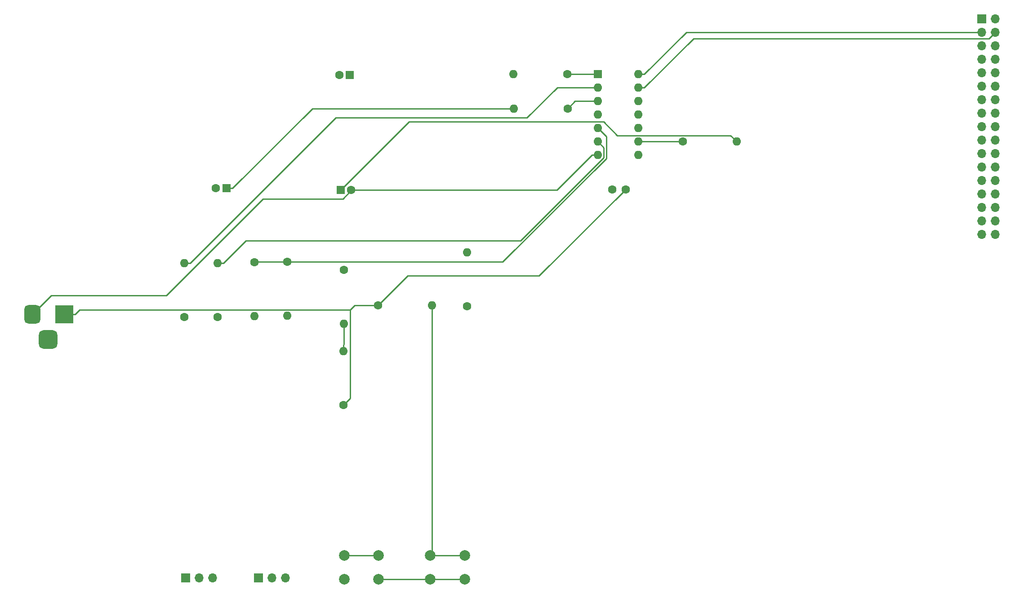
<source format=gbr>
%TF.GenerationSoftware,KiCad,Pcbnew,7.0.7*%
%TF.CreationDate,2023-10-25T17:14:33+09:00*%
%TF.ProjectId,clock_clear,636c6f63-6b5f-4636-9c65-61722e6b6963,rev?*%
%TF.SameCoordinates,Original*%
%TF.FileFunction,Copper,L1,Top*%
%TF.FilePolarity,Positive*%
%FSLAX46Y46*%
G04 Gerber Fmt 4.6, Leading zero omitted, Abs format (unit mm)*
G04 Created by KiCad (PCBNEW 7.0.7) date 2023-10-25 17:14:33*
%MOMM*%
%LPD*%
G01*
G04 APERTURE LIST*
G04 Aperture macros list*
%AMRoundRect*
0 Rectangle with rounded corners*
0 $1 Rounding radius*
0 $2 $3 $4 $5 $6 $7 $8 $9 X,Y pos of 4 corners*
0 Add a 4 corners polygon primitive as box body*
4,1,4,$2,$3,$4,$5,$6,$7,$8,$9,$2,$3,0*
0 Add four circle primitives for the rounded corners*
1,1,$1+$1,$2,$3*
1,1,$1+$1,$4,$5*
1,1,$1+$1,$6,$7*
1,1,$1+$1,$8,$9*
0 Add four rect primitives between the rounded corners*
20,1,$1+$1,$2,$3,$4,$5,0*
20,1,$1+$1,$4,$5,$6,$7,0*
20,1,$1+$1,$6,$7,$8,$9,0*
20,1,$1+$1,$8,$9,$2,$3,0*%
G04 Aperture macros list end*
%TA.AperFunction,ComponentPad*%
%ADD10R,1.600000X1.600000*%
%TD*%
%TA.AperFunction,ComponentPad*%
%ADD11C,1.600000*%
%TD*%
%TA.AperFunction,ComponentPad*%
%ADD12O,1.600000X1.600000*%
%TD*%
%TA.AperFunction,ComponentPad*%
%ADD13C,2.000000*%
%TD*%
%TA.AperFunction,ComponentPad*%
%ADD14R,1.700000X1.700000*%
%TD*%
%TA.AperFunction,ComponentPad*%
%ADD15O,1.700000X1.700000*%
%TD*%
%TA.AperFunction,ComponentPad*%
%ADD16R,3.500000X3.500000*%
%TD*%
%TA.AperFunction,ComponentPad*%
%ADD17RoundRect,0.750000X-0.750000X-1.000000X0.750000X-1.000000X0.750000X1.000000X-0.750000X1.000000X0*%
%TD*%
%TA.AperFunction,ComponentPad*%
%ADD18RoundRect,0.875000X-0.875000X-0.875000X0.875000X-0.875000X0.875000X0.875000X-0.875000X0.875000X0*%
%TD*%
%TA.AperFunction,Conductor*%
%ADD19C,0.250000*%
%TD*%
G04 APERTURE END LIST*
D10*
%TO.P,C1,1*%
%TO.N,Net-(C1-Pad1)*%
X168874500Y-125145800D03*
D11*
%TO.P,C1,2*%
%TO.N,GND*%
X166874500Y-125145800D03*
%TD*%
%TO.P,R6,1*%
%TO.N,Net-(R6-Pad1)*%
X209799400Y-124998400D03*
D12*
%TO.P,R6,2*%
%TO.N,Net-(C1-Pad1)*%
X199639400Y-124998400D03*
%TD*%
D11*
%TO.P,R11,1*%
%TO.N,Net-(SW6-A)*%
X137668000Y-170840400D03*
D12*
%TO.P,R11,2*%
%TO.N,Net-(R11-Pad2)*%
X137668000Y-160680400D03*
%TD*%
D11*
%TO.P,R7,1*%
%TO.N,Net-(R7-Pad1)*%
X231541800Y-137698400D03*
D12*
%TO.P,R7,2*%
%TO.N,Net-(C2-Pad1)*%
X241701800Y-137698400D03*
%TD*%
D10*
%TO.P,C3,1*%
%TO.N,Net-(SW5-B)*%
X145643600Y-146532600D03*
D11*
%TO.P,C3,2*%
%TO.N,Net-(C3-Pad2)*%
X143643600Y-146532600D03*
%TD*%
%TO.P,R10,1*%
%TO.N,Net-(SW6-C)*%
X143941800Y-170840400D03*
D12*
%TO.P,R10,2*%
%TO.N,Net-(C3-Pad2)*%
X143941800Y-160680400D03*
%TD*%
D11*
%TO.P,R4,1*%
%TO.N,Net-(C2-Pad1)*%
X167767000Y-161925000D03*
D12*
%TO.P,R4,2*%
%TO.N,Net-(R2-Pad2)*%
X167767000Y-172085000D03*
%TD*%
D10*
%TO.P,C2,1*%
%TO.N,Net-(C2-Pad1)*%
X167138600Y-146862800D03*
D11*
%TO.P,C2,2*%
%TO.N,GND*%
X169138600Y-146862800D03*
%TD*%
%TO.P,R3,1*%
%TO.N,Net-(C1-Pad1)*%
X190982600Y-168757600D03*
D12*
%TO.P,R3,2*%
%TO.N,Net-(R1-Pad2)*%
X190982600Y-158597600D03*
%TD*%
D11*
%TO.P,R8,1*%
%TO.N,Net-(R8-Pad1)*%
X150876000Y-160477200D03*
D12*
%TO.P,R8,2*%
%TO.N,Net-(SW5-A)*%
X150876000Y-170637200D03*
%TD*%
D13*
%TO.P,SW2,1,1*%
%TO.N,GND*%
X174293600Y-220258200D03*
X167793600Y-220258200D03*
%TO.P,SW2,2,2*%
%TO.N,Net-(R2-Pad2)*%
X174293600Y-215758200D03*
X167793600Y-215758200D03*
%TD*%
D10*
%TO.P,U1,1*%
%TO.N,Net-(R6-Pad1)*%
X215569800Y-125018800D03*
D12*
%TO.P,U1,2*%
%TO.N,Net-(R11-Pad2)*%
X215569800Y-127558800D03*
%TO.P,U1,3*%
%TO.N,Net-(R5-Pad1)*%
X215569800Y-130098800D03*
%TO.P,U1,4*%
%TO.N,Net-(R8-Pad1)*%
X215569800Y-132638800D03*
%TO.P,U1,5*%
X215569800Y-135178800D03*
%TO.P,U1,6*%
%TO.N,Net-(C3-Pad2)*%
X215569800Y-137718800D03*
%TO.P,U1,7,GND*%
%TO.N,GND*%
X215569800Y-140258800D03*
%TO.P,U1,8*%
%TO.N,Net-(U1-Pad11)*%
X223189800Y-140258800D03*
%TO.P,U1,9*%
%TO.N,Net-(R7-Pad1)*%
X223189800Y-137718800D03*
%TO.P,U1,10*%
%TO.N,CLR*%
X223189800Y-135178800D03*
%TO.P,U1,11*%
%TO.N,Net-(U1-Pad11)*%
X223189800Y-132638800D03*
%TO.P,U1,12*%
%TO.N,unconnected-(U1-Pad12)*%
X223189800Y-130098800D03*
%TO.P,U1,13*%
%TO.N,GND*%
X223189800Y-127558800D03*
%TO.P,U1,14,Vcc*%
%TO.N,+5V*%
X223189800Y-125018800D03*
%TD*%
D14*
%TO.P,SW6,1,A*%
%TO.N,Net-(SW6-A)*%
X137962400Y-219989400D03*
D15*
%TO.P,SW6,2,B*%
%TO.N,CLK*%
X140502400Y-219989400D03*
%TO.P,SW6,3,C*%
%TO.N,Net-(SW6-C)*%
X143042400Y-219989400D03*
%TD*%
D11*
%TO.P,R2,1*%
%TO.N,+5V*%
X167665400Y-187375800D03*
D12*
%TO.P,R2,2*%
%TO.N,Net-(R2-Pad2)*%
X167665400Y-177215800D03*
%TD*%
D11*
%TO.P,R9,1*%
%TO.N,Net-(R8-Pad1)*%
X157099000Y-160426400D03*
D12*
%TO.P,R9,2*%
%TO.N,Net-(SW5-C)*%
X157099000Y-170586400D03*
%TD*%
D11*
%TO.P,R1,1*%
%TO.N,+5V*%
X174218600Y-168605200D03*
D12*
%TO.P,R1,2*%
%TO.N,Net-(R1-Pad2)*%
X184378600Y-168605200D03*
%TD*%
D16*
%TO.P,J2,1*%
%TO.N,+5V*%
X115067600Y-170307000D03*
D17*
%TO.P,J2,2*%
%TO.N,GND*%
X109067600Y-170307000D03*
D18*
%TO.P,J2,3*%
%TO.N,N/C*%
X112067600Y-175007000D03*
%TD*%
D11*
%TO.P,R5,1*%
%TO.N,Net-(R5-Pad1)*%
X209926400Y-131475400D03*
D12*
%TO.P,R5,2*%
%TO.N,Net-(SW5-B)*%
X199766400Y-131475400D03*
%TD*%
D11*
%TO.P,C4,1*%
%TO.N,GND*%
X218297600Y-146740800D03*
%TO.P,C4,2*%
%TO.N,+5V*%
X220797600Y-146740800D03*
%TD*%
D14*
%TO.P,SW5,1,A*%
%TO.N,Net-(SW5-A)*%
X151663400Y-219989400D03*
D15*
%TO.P,SW5,2,B*%
%TO.N,Net-(SW5-B)*%
X154203400Y-219989400D03*
%TO.P,SW5,3,C*%
%TO.N,Net-(SW5-C)*%
X156743400Y-219989400D03*
%TD*%
D13*
%TO.P,SW1,1,1*%
%TO.N,GND*%
X190524200Y-220283600D03*
X184024200Y-220283600D03*
%TO.P,SW1,2,2*%
%TO.N,Net-(R1-Pad2)*%
X190524200Y-215783600D03*
X184024200Y-215783600D03*
%TD*%
D14*
%TO.P,J1,1,Pin_1*%
%TO.N,CLK*%
X287858200Y-114554000D03*
D15*
%TO.P,J1,2,Pin_2*%
%TO.N,CLR*%
X290398200Y-114554000D03*
%TO.P,J1,3,Pin_3*%
%TO.N,+5V*%
X287858200Y-117094000D03*
%TO.P,J1,4,Pin_4*%
%TO.N,GND*%
X290398200Y-117094000D03*
%TO.P,J1,5,Pin_5*%
%TO.N,unconnected-(J1-Pin_5-Pad5)*%
X287858200Y-119634000D03*
%TO.P,J1,6,Pin_6*%
%TO.N,unconnected-(J1-Pin_6-Pad6)*%
X290398200Y-119634000D03*
%TO.P,J1,7,Pin_7*%
%TO.N,unconnected-(J1-Pin_7-Pad7)*%
X287858200Y-122174000D03*
%TO.P,J1,8,Pin_8*%
%TO.N,unconnected-(J1-Pin_8-Pad8)*%
X290398200Y-122174000D03*
%TO.P,J1,9,Pin_9*%
%TO.N,unconnected-(J1-Pin_9-Pad9)*%
X287858200Y-124714000D03*
%TO.P,J1,10,Pin_10*%
%TO.N,unconnected-(J1-Pin_10-Pad10)*%
X290398200Y-124714000D03*
%TO.P,J1,11,Pin_11*%
%TO.N,unconnected-(J1-Pin_11-Pad11)*%
X287858200Y-127254000D03*
%TO.P,J1,12,Pin_12*%
%TO.N,unconnected-(J1-Pin_12-Pad12)*%
X290398200Y-127254000D03*
%TO.P,J1,13,Pin_13*%
%TO.N,unconnected-(J1-Pin_13-Pad13)*%
X287858200Y-129794000D03*
%TO.P,J1,14,Pin_14*%
%TO.N,unconnected-(J1-Pin_14-Pad14)*%
X290398200Y-129794000D03*
%TO.P,J1,15,Pin_15*%
%TO.N,unconnected-(J1-Pin_15-Pad15)*%
X287858200Y-132334000D03*
%TO.P,J1,16,Pin_16*%
%TO.N,unconnected-(J1-Pin_16-Pad16)*%
X290398200Y-132334000D03*
%TO.P,J1,17,Pin_17*%
%TO.N,unconnected-(J1-Pin_17-Pad17)*%
X287858200Y-134874000D03*
%TO.P,J1,18,Pin_18*%
%TO.N,unconnected-(J1-Pin_18-Pad18)*%
X290398200Y-134874000D03*
%TO.P,J1,19,Pin_19*%
%TO.N,unconnected-(J1-Pin_19-Pad19)*%
X287858200Y-137414000D03*
%TO.P,J1,20,Pin_20*%
%TO.N,unconnected-(J1-Pin_20-Pad20)*%
X290398200Y-137414000D03*
%TO.P,J1,21,Pin_21*%
%TO.N,unconnected-(J1-Pin_21-Pad21)*%
X287858200Y-139954000D03*
%TO.P,J1,22,Pin_22*%
%TO.N,unconnected-(J1-Pin_22-Pad22)*%
X290398200Y-139954000D03*
%TO.P,J1,23,Pin_23*%
%TO.N,unconnected-(J1-Pin_23-Pad23)*%
X287858200Y-142494000D03*
%TO.P,J1,24,Pin_24*%
%TO.N,unconnected-(J1-Pin_24-Pad24)*%
X290398200Y-142494000D03*
%TO.P,J1,25,Pin_25*%
%TO.N,unconnected-(J1-Pin_25-Pad25)*%
X287858200Y-145034000D03*
%TO.P,J1,26,Pin_26*%
%TO.N,unconnected-(J1-Pin_26-Pad26)*%
X290398200Y-145034000D03*
%TO.P,J1,27,Pin_27*%
%TO.N,unconnected-(J1-Pin_27-Pad27)*%
X287858200Y-147574000D03*
%TO.P,J1,28,Pin_28*%
%TO.N,unconnected-(J1-Pin_28-Pad28)*%
X290398200Y-147574000D03*
%TO.P,J1,29,Pin_29*%
%TO.N,unconnected-(J1-Pin_29-Pad29)*%
X287858200Y-150114000D03*
%TO.P,J1,30,Pin_30*%
%TO.N,unconnected-(J1-Pin_30-Pad30)*%
X290398200Y-150114000D03*
%TO.P,J1,31,Pin_31*%
%TO.N,unconnected-(J1-Pin_31-Pad31)*%
X287858200Y-152654000D03*
%TO.P,J1,32,Pin_32*%
%TO.N,unconnected-(J1-Pin_32-Pad32)*%
X290398200Y-152654000D03*
%TO.P,J1,33,Pin_33*%
%TO.N,unconnected-(J1-Pin_33-Pad33)*%
X287858200Y-155194000D03*
%TO.P,J1,34,Pin_34*%
%TO.N,unconnected-(J1-Pin_34-Pad34)*%
X290398200Y-155194000D03*
%TD*%
D19*
%TO.N,GND*%
X224316700Y-127558800D02*
X223189800Y-127558800D01*
X289221300Y-118270900D02*
X233604600Y-118270900D01*
X233604600Y-118270900D02*
X224316700Y-127558800D01*
X290398200Y-117094000D02*
X289221300Y-118270900D01*
X214442900Y-140258800D02*
X207838900Y-146862800D01*
X215569800Y-140258800D02*
X214442900Y-140258800D01*
X190524200Y-220283600D02*
X184024200Y-220283600D01*
X169138600Y-146862800D02*
X169138600Y-146966100D01*
X174319000Y-220283600D02*
X174293600Y-220258200D01*
X184024200Y-220283600D02*
X174319000Y-220283600D01*
X169138600Y-146966100D02*
X167590600Y-148514100D01*
X167590600Y-148514100D02*
X152532100Y-148514100D01*
X112624900Y-166749700D02*
X109067600Y-170307000D01*
X152532100Y-148514100D02*
X134296500Y-166749700D01*
X134296500Y-166749700D02*
X112624900Y-166749700D01*
X207838900Y-146862800D02*
X169138600Y-146862800D01*
%TO.N,Net-(C2-Pad1)*%
X241701800Y-137698400D02*
X240574900Y-136571500D01*
X216675000Y-134007100D02*
X179994300Y-134007100D01*
X219239400Y-136571500D02*
X216675000Y-134007100D01*
X240574900Y-136571500D02*
X219239400Y-136571500D01*
X179994300Y-134007100D02*
X167138600Y-146862800D01*
%TO.N,Net-(SW5-B)*%
X145643600Y-146532600D02*
X146770500Y-146532600D01*
X199766400Y-131475400D02*
X161827700Y-131475400D01*
X161827700Y-131475400D02*
X146770500Y-146532600D01*
%TO.N,Net-(C3-Pad2)*%
X149302600Y-156446500D02*
X145068700Y-160680400D01*
X200995000Y-156446500D02*
X149302600Y-156446500D01*
X215569800Y-137718800D02*
X216721500Y-138870500D01*
X216721500Y-140720000D02*
X200995000Y-156446500D01*
X216721500Y-138870500D02*
X216721500Y-140720000D01*
X145068700Y-160680400D02*
X143941800Y-160680400D01*
%TO.N,+5V*%
X168904900Y-186136300D02*
X167665400Y-187375800D01*
X117144500Y-170307000D02*
X117995400Y-169456100D01*
X168904900Y-169456100D02*
X168904900Y-186136300D01*
X169755800Y-168605200D02*
X168904900Y-169456100D01*
X174218600Y-168605200D02*
X169755800Y-168605200D01*
X223189800Y-125018800D02*
X224316700Y-125018800D01*
X204488000Y-163050400D02*
X179773400Y-163050400D01*
X115067600Y-170307000D02*
X117144500Y-170307000D01*
X232241500Y-117094000D02*
X224316700Y-125018800D01*
X287858200Y-117094000D02*
X232241500Y-117094000D01*
X179773400Y-163050400D02*
X174218600Y-168605200D01*
X220797600Y-146740800D02*
X204488000Y-163050400D01*
X117995400Y-169456100D02*
X168904900Y-169456100D01*
%TO.N,Net-(R1-Pad2)*%
X184024200Y-215783600D02*
X184378600Y-215783600D01*
X184378600Y-168605200D02*
X184378600Y-169732100D01*
X184378600Y-215783600D02*
X184378600Y-169732100D01*
X184378600Y-215783600D02*
X190524200Y-215783600D01*
%TO.N,Net-(R2-Pad2)*%
X167767000Y-175987300D02*
X167767000Y-172085000D01*
X167793600Y-215758200D02*
X174293600Y-215758200D01*
X167665400Y-177215800D02*
X167665400Y-176088900D01*
X167665400Y-176088900D02*
X167767000Y-175987300D01*
%TO.N,Net-(R5-Pad1)*%
X215569800Y-130098800D02*
X211303000Y-130098800D01*
X211303000Y-130098800D02*
X209926400Y-131475400D01*
%TO.N,Net-(R6-Pad1)*%
X209819800Y-125018800D02*
X209799400Y-124998400D01*
X215569800Y-125018800D02*
X209819800Y-125018800D01*
%TO.N,Net-(R7-Pad1)*%
X223189800Y-137718800D02*
X224316700Y-137718800D01*
X224337100Y-137698400D02*
X231541800Y-137698400D01*
X224316700Y-137718800D02*
X224337100Y-137698400D01*
%TO.N,Net-(R8-Pad1)*%
X215569800Y-135178800D02*
X217173400Y-136782400D01*
X217173400Y-140907200D02*
X197654200Y-160426400D01*
X150926800Y-160426400D02*
X150876000Y-160477200D01*
X197654200Y-160426400D02*
X157099000Y-160426400D01*
X157099000Y-160426400D02*
X150926800Y-160426400D01*
X217173400Y-136782400D02*
X217173400Y-140907200D01*
%TO.N,Net-(R11-Pad2)*%
X202243000Y-133238000D02*
X207922200Y-127558800D01*
X138794900Y-160680400D02*
X166237300Y-133238000D01*
X207922200Y-127558800D02*
X215569800Y-127558800D01*
X137668000Y-160680400D02*
X138794900Y-160680400D01*
X166237300Y-133238000D02*
X202243000Y-133238000D01*
%TD*%
M02*

</source>
